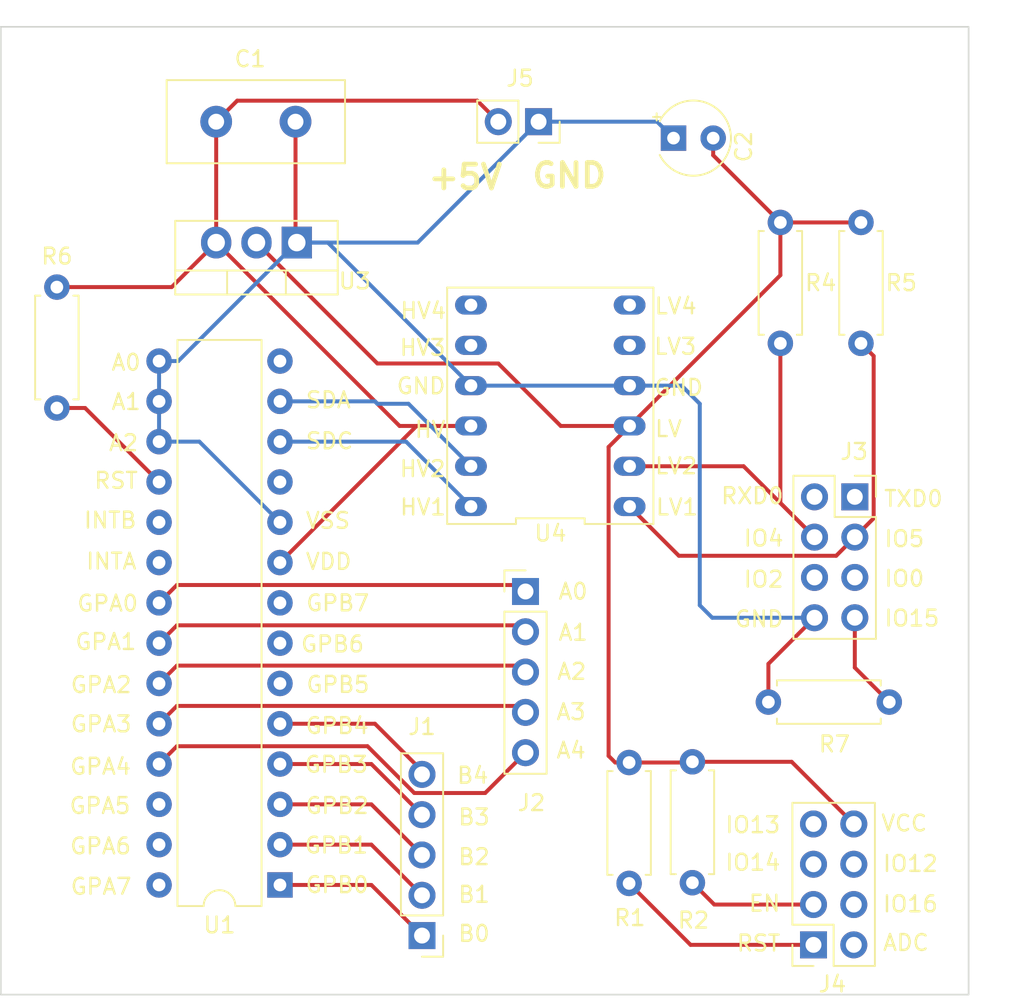
<source format=kicad_pcb>
(kicad_pcb (version 20211014) (generator pcbnew)
  (layers (0 "F.Cu" signal) (31 "B.Cu" signal) (34 "B.Paste" user) (35 "F.Paste" user) (36 "B.SilkS" user "B.Silkscreen") (37 "F.SilkS" user "F.Silkscreen") (38 "B.Mask" user) (39 "F.Mask" user) (44 "Edge.Cuts" user))
  (net 0 "")
  (net 1 "Net-(J1-Pad1)")
  (net 2 "Net-(J1-Pad2)")
  (net 3 "Net-(J1-Pad3)")
  (net 4 "Net-(J1-Pad4)")
  (net 5 "Net-(J1-Pad5)")
  (net 9 "+5V")
  (net 10 "GND")
  (net 12 "Net-(U1-Pad12)")
  (net 16 "Net-(J2-Pad1)")
  (net 17 "Net-(J2-Pad2)")
  (net 18 "Net-(J2-Pad3)")
  (net 19 "Net-(J2-Pad4)")
  (net 20 "Net-(J2-Pad5)")
  (net 24 "Net-(R5-Pad2)")
  (net 28 "Net-(R7-Pad2)")
  (net 30 "Net-(J4-Pad3)")
  (net 35 "Net-(J3-Pad4)")
  (net 36 "Net-(J4-Pad1)")
  (net 41 "Net-(R6-Pad2)")
  (net 43 "Net-(U1-Pad13)")
  (net 44 "Net-(C2-Pad2)")
  (footprint "Resistor_THT:R_Axial_DIN0207_L6.3mm_D2.5mm_P7.62mm_Horizontal" (layer "F.Cu") (at 102.226239 129.290487 -90)
    (fp_text reference "R1" (at 9.788224 -0.042449 180) (layer "F.SilkS"))
    (fp_text value "10k")
    (fp_line (start 7.08 1.37) (end 7.08 1.04) (layer "F.SilkS") (width 0.12))
    (fp_line (start 0.54 1.04) (end 0.54 1.37) (layer "F.SilkS") (width 0.12))
    (fp_line (start 0.54 -1.37) (end 7.08 -1.37) (layer "F.SilkS") (width 0.12))
    (fp_line (start 7.08 -1.37) (end 7.08 -1.04) (layer "F.SilkS") (width 0.12))
    (fp_line (start 0.54 -1.04) (end 0.54 -1.37) (layer "F.SilkS") (width 0.12))
    (fp_line (start 0.54 1.37) (end 7.08 1.37) (layer "F.SilkS") (width 0.12))
    (pad "1" thru_hole circle (at 0 0 270) (size 1.6 1.6) (drill 0.8) (layers *.Cu *.Mask) (net 44 "Net-(C2-Pad2)"))
    (pad "2" thru_hole oval (at 7.62 0 270) (size 1.6 1.6) (drill 0.8) (layers *.Cu *.Mask) (net 36 "Net-(J4-Pad1)"))
  )
  (footprint "Resistor_THT:R_Axial_DIN0207_L6.3mm_D2.5mm_P7.62mm_Horizontal" (layer "F.Cu") (at 111.76 95.25 -90)
    (fp_text reference "R4" (at 3.81 -2.54 180) (layer "F.SilkS"))
    (fp_text value "1k")
    (fp_line (start 0.54 -1.37) (end 7.08 -1.37) (layer "F.SilkS") (width 0.12))
    (fp_line (start 7.08 -1.37) (end 7.08 -1.04) (layer "F.SilkS") (width 0.12))
    (fp_line (start 0.54 1.04) (end 0.54 1.37) (layer "F.SilkS") (width 0.12))
    (fp_line (start 0.54 1.37) (end 7.08 1.37) (layer "F.SilkS") (width 0.12))
    (fp_line (start 0.54 -1.04) (end 0.54 -1.37) (layer "F.SilkS") (width 0.12))
    (fp_line (start 7.08 1.37) (end 7.08 1.04) (layer "F.SilkS") (width 0.12))
    (pad "1" thru_hole circle (at 0 0 270) (size 1.6 1.6) (drill 0.8) (layers *.Cu *.Mask) (net 44 "Net-(C2-Pad2)"))
    (pad "2" thru_hole oval (at 7.62 0 270) (size 1.6 1.6) (drill 0.8) (layers *.Cu *.Mask) (net 35 "Net-(J3-Pad4)"))
  )
  (footprint "Resistor_THT:R_Axial_DIN0207_L6.3mm_D2.5mm_P7.62mm_Horizontal" (layer "F.Cu") (at 66.158502 99.325093 -90)
    (fp_text reference "R6" (at -1.94086 -0.007038 180) (layer "F.SilkS"))
    (fp_text value "10k")
    (fp_line (start 7.08 1.37) (end 7.08 1.04) (layer "F.SilkS") (width 0.12))
    (fp_line (start 0.54 1.04) (end 0.54 1.37) (layer "F.SilkS") (width 0.12))
    (fp_line (start 0.54 1.37) (end 7.08 1.37) (layer "F.SilkS") (width 0.12))
    (fp_line (start 0.54 -1.37) (end 7.08 -1.37) (layer "F.SilkS") (width 0.12))
    (fp_line (start 0.54 -1.04) (end 0.54 -1.37) (layer "F.SilkS") (width 0.12))
    (fp_line (start 7.08 -1.37) (end 7.08 -1.04) (layer "F.SilkS") (width 0.12))
    (pad "1" thru_hole circle (at 0 0 270) (size 1.6 1.6) (drill 0.8) (layers *.Cu *.Mask) (net 9 "+5V"))
    (pad "2" thru_hole oval (at 7.62 0 270) (size 1.6 1.6) (drill 0.8) (layers *.Cu *.Mask) (net 41 "Net-(R6-Pad2)"))
  )
  (footprint "Resistor_THT:R_Axial_DIN0207_L6.3mm_D2.5mm_P7.62mm_Horizontal" (layer "F.Cu") (at 106.215911 129.245578 -90)
    (fp_text reference "R2" (at 9.989337 -0.06825 180) (layer "F.SilkS"))
    (fp_text value "10k")
    (fp_line (start 0.54 -1.04) (end 0.54 -1.37) (layer "F.SilkS") (width 0.12))
    (fp_line (start 0.54 -1.37) (end 7.08 -1.37) (layer "F.SilkS") (width 0.12))
    (fp_line (start 0.54 1.04) (end 0.54 1.37) (layer "F.SilkS") (width 0.12))
    (fp_line (start 7.08 1.37) (end 7.08 1.04) (layer "F.SilkS") (width 0.12))
    (fp_line (start 0.54 1.37) (end 7.08 1.37) (layer "F.SilkS") (width 0.12))
    (fp_line (start 7.08 -1.37) (end 7.08 -1.04) (layer "F.SilkS") (width 0.12))
    (pad "1" thru_hole circle (at 0 0 270) (size 1.6 1.6) (drill 0.8) (layers *.Cu *.Mask) (net 44 "Net-(C2-Pad2)"))
    (pad "2" thru_hole oval (at 7.62 0 270) (size 1.6 1.6) (drill 0.8) (layers *.Cu *.Mask) (net 30 "Net-(J4-Pad3)"))
  )
  (footprint "Connector_PinSocket_2.54mm:PinSocket_2x04_P2.54mm_Vertical" (layer "F.Cu") (at 116.45228 112.54586)
    (fp_text reference "J3" (at -0.041874 -2.850504) (layer "F.SilkS"))
    (fp_text value "Conn_02x04_Counter_Clockwise")
    (fp_line (start -3.87 -1.33) (end -1.27 -1.33) (layer "F.SilkS") (width 0.12))
    (fp_line (start -1.27 1.27) (end 1.33 1.27) (layer "F.SilkS") (width 0.12))
    (fp_line (start -3.87 -1.33) (end -3.87 8.95) (layer "F.SilkS") (width 0.12))
    (fp_line (start 0 -1.33) (end 1.33 -1.33) (layer "F.SilkS") (width 0.12))
    (fp_line (start -1.27 -1.33) (end -1.27 1.27) (layer "F.SilkS") (width 0.12))
    (fp_line (start 1.33 1.27) (end 1.33 8.95) (layer "F.SilkS") (width 0.12))
    (fp_line (start 1.33 -1.33) (end 1.33 0) (layer "F.SilkS") (width 0.12))
    (fp_line (start -3.87 8.95) (end 1.33 8.95) (layer "F.SilkS") (width 0.12))
    (pad "1" thru_hole rect (at 0 0) (size 1.7 1.7) (drill 1) (layers *.Cu *.Mask))
    (pad "2" thru_hole oval (at -2.54 0) (size 1.7 1.7) (drill 1) (layers *.Cu *.Mask))
    (pad "3" thru_hole oval (at 0 2.54) (size 1.7 1.7) (drill 1) (layers *.Cu *.Mask) (net 24 "Net-(R5-Pad2)"))
    (pad "4" thru_hole oval (at -2.54 2.54) (size 1.7 1.7) (drill 1) (layers *.Cu *.Mask) (net 35 "Net-(J3-Pad4)"))
    (pad "5" thru_hole oval (at 0 5.08) (size 1.7 1.7) (drill 1) (layers *.Cu *.Mask))
    (pad "6" thru_hole oval (at -2.54 5.08) (size 1.7 1.7) (drill 1) (layers *.Cu *.Mask))
    (pad "7" thru_hole oval (at 0 7.62) (size 1.7 1.7) (drill 1) (layers *.Cu *.Mask) (net 28 "Net-(R7-Pad2)"))
    (pad "8" thru_hole oval (at -2.54 7.62) (size 1.7 1.7) (drill 1) (layers *.Cu *.Mask) (net 10 "GND"))
  )
  (footprint "Library:Logic Level Converter" (layer "F.Cu") (at 97.258431 106.806588 90)
    (fp_text reference "U4" (at -8.039334 0.011357) (layer "F.SilkS"))
    (fp_text value "Logic_Level_Converter")
    (fp_line (start -7.45 6.5) (end 7.45 6.5) (layer "F.SilkS") (width 0.12))
    (fp_line (start -7.09 -2.166666) (end -7.09 2.166666) (layer "F.SilkS") (width 0.12))
    (fp_line (start -7.09 2.166666) (end -7.45 2.166666) (layer "F.SilkS") (width 0.12))
    (fp_line (start -7.45 -6.5) (end -7.45 -2.166666) (layer "F.SilkS") (width 0.12))
    (fp_line (start -7.45 -2.166666) (end -7.09 -2.166666) (layer "F.SilkS") (width 0.12))
    (fp_line (start 7.45 -6.5) (end -7.45 -6.5) (layer "F.SilkS") (width 0.12))
    (fp_line (start -7.45 2.166666) (end -7.45 6.5) (layer "F.SilkS") (width 0.12))
    (fp_line (start 7.45 6.5) (end 7.45 -6.5) (layer "F.SilkS") (width 0.12))
    (pad "1" thru_hole oval (at -6.35 -5 90) (size 1.2 2) (drill 0.8) (layers *.Cu *.Mask) (net 12 "Net-(U1-Pad12)"))
    (pad "2" thru_hole oval (at -3.81 -5 90) (size 1.2 2) (drill 0.8) (layers *.Cu *.Mask) (net 43 "Net-(U1-Pad13)"))
    (pad "3" thru_hole oval (at -1.27 -5 90) (size 1.2 2) (drill 0.8) (layers *.Cu *.Mask) (net 9 "+5V"))
    (pad "4" thru_hole oval (at 1.27 -5 90) (size 1.2 2) (drill 0.8) (layers *.Cu *.Mask) (net 10 "GND"))
    (pad "5" thru_hole oval (at 3.81 -5 90) (size 1.2 2) (drill 0.8) (layers *.Cu *.Mask))
    (pad "6" thru_hole oval (at 6.35 -5 90) (size 1.2 2) (drill 0.8) (layers *.Cu *.Mask))
    (pad "7" thru_hole oval (at -6.35 5 90) (size 1.2 2) (drill 0.8) (layers *.Cu *.Mask) (net 24 "Net-(R5-Pad2)"))
    (pad "8" thru_hole oval (at -3.81 5 90) (size 1.2 2) (drill 0.8) (layers *.Cu *.Mask) (net 35 "Net-(J3-Pad4)"))
    (pad "9" thru_hole oval (at -1.27 5 90) (size 1.2 2) (drill 0.8) (layers *.Cu *.Mask) (net 44 "Net-(C2-Pad2)"))
    (pad "10" thru_hole oval (at 1.27 5 90) (size 1.2 2) (drill 0.8) (layers *.Cu *.Mask) (net 10 "GND"))
    (pad "11" thru_hole oval (at 3.81 5 90) (size 1.2 2) (drill 0.8) (layers *.Cu *.Mask))
    (pad "12" thru_hole oval (at 6.35 5 90) (size 1.2 2) (drill 0.8) (layers *.Cu *.Mask))
  )
  (footprint "Capacitor_THT:C_Disc_D11.0mm_W5.0mm_P5.00mm" (layer "F.Cu") (at 76.2 88.9)
    (fp_text reference "C1" (at 2.136937 -3.954594) (layer "F.SilkS"))
    (fp_text value "0.1")
    (fp_line (start 8.12 -2.62) (end 8.12 2.62) (layer "F.SilkS") (width 0.12))
    (fp_line (start -3.12 -2.62) (end -3.12 2.62) (layer "F.SilkS") (width 0.12))
    (fp_line (start -3.12 -2.62) (end 8.12 -2.62) (layer "F.SilkS") (width 0.12))
    (fp_line (start -3.12 2.62) (end 8.12 2.62) (layer "F.SilkS") (width 0.12))
    (pad "1" thru_hole circle (at 0 0) (size 2 2) (drill 1) (layers *.Cu *.Mask) (net 9 "+5V"))
    (pad "2" thru_hole circle (at 5 0) (size 2 2) (drill 1) (layers *.Cu *.Mask) (net 10 "GND"))
  )
  (footprint "Connector_PinHeader_2.54mm:PinHeader_1x05_P2.54mm_Vertical" (layer "F.Cu") (at 95.69663 118.510938)
    (fp_text reference "J2" (at 0.376734 13.319549 180) (layer "F.SilkS"))
    (fp_text value "Conn_01x05")
    (fp_line (start -1.33 0) (end -1.33 -1.33) (layer "F.SilkS") (width 0.12))
    (fp_line (start -1.33 11.49) (end 1.33 11.49) (layer "F.SilkS") (width 0.12))
    (fp_line (start -1.33 -1.33) (end 0 -1.33) (layer "F.SilkS") (width 0.12))
    (fp_line (start 1.33 1.27) (end 1.33 11.49) (layer "F.SilkS") (width 0.12))
    (fp_line (start -1.33 1.27) (end 1.33 1.27) (layer "F.SilkS") (width 0.12))
    (fp_line (start -1.33 1.27) (end -1.33 11.49) (layer "F.SilkS") (width 0.12))
    (pad "1" thru_hole rect (at 0 0) (size 1.7 1.7) (drill 1) (layers *.Cu *.Mask) (net 16 "Net-(J2-Pad1)"))
    (pad "2" thru_hole oval (at 0 2.54) (size 1.7 1.7) (drill 1) (layers *.Cu *.Mask) (net 17 "Net-(J2-Pad2)"))
    (pad "3" thru_hole oval (at 0 5.08) (size 1.7 1.7) (drill 1) (layers *.Cu *.Mask) (net 18 "Net-(J2-Pad3)"))
    (pad "4" thru_hole oval (at 0 7.62) (size 1.7 1.7) (drill 1) (layers *.Cu *.Mask) (net 19 "Net-(J2-Pad4)"))
    (pad "5" thru_hole oval (at 0 10.16) (size 1.7 1.7) (drill 1) (layers *.Cu *.Mask) (net 20 "Net-(J2-Pad5)"))
  )
  (footprint "Connector_PinHeader_2.54mm:PinHeader_1x05_P2.54mm_Vertical" (layer "F.Cu") (at 89.173321 140.198694 180)
    (fp_text reference "J1" (at 0 13.161264) (layer "F.SilkS"))
    (fp_text value "Conn_01x05")
    (fp_line (start 1.33 1.27) (end 1.33 11.49) (layer "F.SilkS") (width 0.12))
    (fp_line (start -1.33 11.49) (end 1.33 11.49) (layer "F.SilkS") (width 0.12))
    (fp_line (start -1.33 -1.33) (end 0 -1.33) (layer "F.SilkS") (width 0.12))
    (fp_line (start -1.33 1.27) (end 1.33 1.27) (layer "F.SilkS") (width 0.12))
    (fp_line (start -1.33 1.27) (end -1.33 11.49) (layer "F.SilkS") (width 0.12))
    (fp_line (start -1.33 0) (end -1.33 -1.33) (layer "F.SilkS") (width 0.12))
    (pad "1" thru_hole rect (at 0 0 180) (size 1.7 1.7) (drill 1) (layers *.Cu *.Mask) (net 1 "Net-(J1-Pad1)"))
    (pad "2" thru_hole oval (at 0 2.54 180) (size 1.7 1.7) (drill 1) (layers *.Cu *.Mask) (net 2 "Net-(J1-Pad2)"))
    (pad "3" thru_hole oval (at 0 5.08 180) (size 1.7 1.7) (drill 1) (layers *.Cu *.Mask) (net 3 "Net-(J1-Pad3)"))
    (pad "4" thru_hole oval (at 0 7.62 180) (size 1.7 1.7) (drill 1) (layers *.Cu *.Mask) (net 4 "Net-(J1-Pad4)"))
    (pad "5" thru_hole oval (at 0 10.16 180) (size 1.7 1.7) (drill 1) (layers *.Cu *.Mask) (net 5 "Net-(J1-Pad5)"))
  )
  (footprint "Connector_PinSocket_2.54mm:PinSocket_1x02_P2.54mm_Vertical" (layer "F.Cu") (at 96.52 88.9 -90)
    (fp_text reference "J5" (at -2.731552 1.165708 180) (layer "F.SilkS"))
    (fp_text value "Conn_01x02")
    (fp_line (start -1.33 1.27) (end 1.33 1.27) (layer "F.SilkS") (width 0.12))
    (fp_line (start -1.33 1.27) (end -1.33 3.87) (layer "F.SilkS") (width 0.12))
    (fp_line (start -1.33 3.87) (end 1.33 3.87) (layer "F.SilkS") (width 0.12))
    (fp_line (start 1.33 -1.33) (end 1.33 0) (layer "F.SilkS") (width 0.12))
    (fp_line (start 1.33 1.27) (end 1.33 3.87) (layer "F.SilkS") (width 0.12))
    (fp_line (start 0 -1.33) (end 1.33 -1.33) (layer "F.SilkS") (width 0.12))
    (pad "1" thru_hole rect (at 0 0 270) (size 1.7 1.7) (drill 1) (layers *.Cu *.Mask) (net 10 "GND"))
    (pad "2" thru_hole oval (at 0 2.54 270) (size 1.7 1.7) (drill 1) (layers *.Cu *.Mask) (net 9 "+5V"))
  )
  (footprint "Capacitor_THT:CP_Radial_Tantal_D4.5mm_P2.50mm" (layer "F.Cu") (at 105.02524 89.935027)
    (fp_text reference "C2" (at 4.426684 0.539614 90) (layer "F.SilkS"))
    (fp_text value "10")
    (fp_line (start -1.287288 -1.335) (end -0.837288 -1.335) (layer "F.SilkS") (width 0.12))
    (fp_line (start -1.062288 -1.56) (end -1.062288 -1.11) (layer "F.SilkS") (width 0.12))
    (fp_arc (start -0.869741 -1.06) (mid 3.62 0) (end -0.869741 1.06) (layer "F.SilkS") (width 0.12))
    (pad "1" thru_hole rect (at 0 0) (size 1.6 1.6) (drill 0.8) (layers *.Cu *.Mask) (net 10 "GND"))
    (pad "2" thru_hole circle (at 2.5 0) (size 1.6 1.6) (drill 0.8) (layers *.Cu *.Mask) (net 44 "Net-(C2-Pad2)"))
  )
  (footprint "Resistor_THT:R_Axial_DIN0207_L6.3mm_D2.5mm_P7.62mm_Horizontal" (layer "F.Cu") (at 111.005212 125.48134)
    (fp_text reference "R7" (at 4.16347 2.651028 180) (layer "F.SilkS"))
    (fp_text value "10k")
    (fp_line (start 0.54 1.37) (end 7.08 1.37) (layer "F.SilkS") (width 0.12))
    (fp_line (start 7.08 1.37) (end 7.08 1.04) (layer "F.SilkS") (width 0.12))
    (fp_line (start 0.54 1.04) (end 0.54 1.37) (layer "F.SilkS") (width 0.12))
    (fp_line (start 7.08 -1.37) (end 7.08 -1.04) (layer "F.SilkS") (width 0.12))
    (fp_line (start 0.54 -1.37) (end 7.08 -1.37) (layer "F.SilkS") (width 0.12))
    (fp_line (start 0.54 -1.04) (end 0.54 -1.37) (layer "F.SilkS") (width 0.12))
    (pad "1" thru_hole circle (at 0 0) (size 1.6 1.6) (drill 0.8) (layers *.Cu *.Mask) (net 10 "GND"))
    (pad "2" thru_hole oval (at 7.62 0) (size 1.6 1.6) (drill 0.8) (layers *.Cu *.Mask) (net 28 "Net-(R7-Pad2)"))
  )
  (footprint "Resistor_THT:R_Axial_DIN0207_L6.3mm_D2.5mm_P7.62mm_Horizontal" (layer "F.Cu") (at 116.84 95.25 -90)
    (fp_text reference "R5" (at 3.81 -2.54) (layer "F.SilkS"))
    (fp_text value "1k")
    (fp_line (start 0.54 -1.04) (end 0.54 -1.37) (layer "F.SilkS") (width 0.12))
    (fp_line (start 0.54 1.04) (end 0.54 1.37) (layer "F.SilkS") (width 0.12))
    (fp_line (start 7.08 1.37) (end 7.08 1.04) (layer "F.SilkS") (width 0.12))
    (fp_line (start 0.54 -1.37) (end 7.08 -1.37) (layer "F.SilkS") (width 0.12))
    (fp_line (start 7.08 -1.37) (end 7.08 -1.04) (layer "F.SilkS") (width 0.12))
    (fp_line (start 0.54 1.37) (end 7.08 1.37) (layer "F.SilkS") (width 0.12))
    (pad "1" thru_hole circle (at 0 0 270) (size 1.6 1.6) (drill 0.8) (layers *.Cu *.Mask) (net 44 "Net-(C2-Pad2)"))
    (pad "2" thru_hole oval (at 7.62 0 270) (size 1.6 1.6) (drill 0.8) (layers *.Cu *.Mask) (net 24 "Net-(R5-Pad2)"))
  )
  (footprint "Package_TO_SOT_THT:TO-220-3_Vertical" (layer "F.Cu") (at 81.28 96.52 180)
    (fp_text reference "U3" (at -3.657435 -2.430108) (layer "F.SilkS"))
    (fp_text value "LD1086V33-DG")
    (fp_line (start 7.66 -3.27) (end 7.66 1.371) (layer "F.SilkS") (width 0.12))
    (fp_line (start -2.58 -3.27) (end -2.58 1.371) (layer "F.SilkS") (width 0.12))
    (fp_line (start 0.69 -3.27) (end 0.69 -1.76) (layer "F.SilkS") (width 0.12))
    (fp_line (start -2.58 1.371) (end 7.66 1.371) (layer "F.SilkS") (width 0.12))
    (fp_line (start -2.58 -3.27) (end 7.66 -3.27) (layer "F.SilkS") (width 0.12))
    (fp_line (start -2.58 -1.76) (end 7.66 -1.76) (layer "F.SilkS") (width 0.12))
    (fp_line (start 4.391 -3.27) (end 4.391 -1.76) (layer "F.SilkS") (width 0.12))
    (pad "1" thru_hole rect (at 0 0 180) (size 1.905 2) (drill 1.1) (layers *.Cu *.Mask) (net 10 "GND"))
    (pad "2" thru_hole oval (at 2.54 0 180) (size 1.905 2) (drill 1.1) (layers *.Cu *.Mask) (net 44 "Net-(C2-Pad2)"))
    (pad "3" thru_hole oval (at 5.08 0 180) (size 1.905 2) (drill 1.1) (layers *.Cu *.Mask) (net 9 "+5V"))
  )
  (footprint "Package_DIP:DIP-28_W7.62mm" (layer "F.Cu") (at 80.219886 137.007523 180)
    (fp_text reference "U1" (at 3.80953 -2.531661) (layer "F.SilkS"))
    (fp_text value "MCP23017_SP")
    (fp_line (start 6.46 -1.33) (end 4.81 -1.33) (layer "F.SilkS") (width 0.12))
    (fp_line (start 2.81 -1.33) (end 1.16 -1.33) (layer "F.SilkS") (width 0.12))
    (fp_line (start 1.16 34.35) (end 6.46 34.35) (layer "F.SilkS") (width 0.12))
    (fp_line (start 6.46 34.35) (end 6.46 -1.33) (layer "F.SilkS") (width 0.12))
    (fp_line (start 1.16 -1.33) (end 1.16 34.35) (layer "F.SilkS") (width 0.12))
    (fp_arc (start 4.81 -1.33) (mid 3.81 -0.33) (end 2.81 -1.33) (layer "F.SilkS") (width 0.12))
    (pad "1" thru_hole rect (at 0 0 180) (size 1.6 1.6) (drill 0.8) (layers *.Cu *.Mask) (net 1 "Net-(J1-Pad1)"))
    (pad "2" thru_hole oval (at 0 2.54 180) (size 1.6 1.6) (drill 0.8) (layers *.Cu *.Mask) (net 2 "Net-(J1-Pad2)"))
    (pad "3" thru_hole oval (at 0 5.08 180) (size 1.6 1.6) (drill 0.8) (layers *.Cu *.Mask) (net 3 "Net-(J1-Pad3)"))
    (pad "4" thru_hole oval (at 0 7.62 180) (size 1.6 1.6) (drill 0.8) (layers *.Cu *.Mask) (net 4 "Net-(J1-Pad4)"))
    (pad "5" thru_hole oval (at 0 10.16 180) (size 1.6 1.6) (drill 0.8) (layers *.Cu *.Mask) (net 5 "Net-(J1-Pad5)"))
    (pad "6" thru_hole oval (at 0 12.7 180) (size 1.6 1.6) (drill 0.8) (layers *.Cu *.Mask))
    (pad "7" thru_hole oval (at 0 15.24 180) (size 1.6 1.6) (drill 0.8) (layers *.Cu *.Mask))
    (pad "8" thru_hole oval (at 0 17.78 180) (size 1.6 1.6) (drill 0.8) (layers *.Cu *.Mask))
    (pad "9" thru_hole oval (at 0 20.32 180) (size 1.6 1.6) (drill 0.8) (layers *.Cu *.Mask) (net 9 "+5V"))
    (pad "10" thru_hole oval (at 0 22.86 180) (size 1.6 1.6) (drill 0.8) (layers *.Cu *.Mask) (net 10 "GND"))
    (pad "11" thru_hole oval (at 0 25.4 180) (size 1.6 1.6) (drill 0.8) (layers *.Cu *.Mask))
    (pad "12" thru_hole oval (at 0 27.94 180) (size 1.6 1.6) (drill 0.8) (layers *.Cu *.Mask) (net 12 "Net-(U1-Pad12)"))
    (pad "13" thru_hole oval (at 0 30.48 180) (size 1.6 1.6) (drill 0.8) (layers *.Cu *.Mask) (net 43 "Net-(U1-Pad13)"))
    (pad "14" thru_hole oval (at 0 33.02 180) (size 1.6 1.6) (drill 0.8) (layers *.Cu *.Mask))
    (pad "15" thru_hole oval (at 7.62 33.02 180) (size 1.6 1.6) (drill 0.8) (layers *.Cu *.Mask) (net 10 "GND"))
    (pad "16" thru_hole oval (at 7.62 30.48 180) (size 1.6 1.6) (drill 0.8) (layers *.Cu *.Mask) (net 10 "GND"))
    (pad "17" thru_hole oval (at 7.62 27.94 180) (size 1.6 1.6) (drill 0.8) (layers *.Cu *.Mask) (net 10 "GND"))
    (pad "18" thru_hole oval (at 7.62 25.4 180) (size 1.6 1.6) (drill 0.8) (layers *.Cu *.Mask) (net 41 "Net-(R6-Pad2)"))
    (pad "19" thru_hole oval (at 7.62 22.86 180) (size 1.6 1.6) (drill 0.8) (layers *.Cu *.Mask))
    (pad "20" thru_hole oval (at 7.62 20.32 180) (size 1.6 1.6) (drill 0.8) (layers *.Cu *.Mask))
    (pad "21" thru_hole oval (at 7.62 17.78 180) (size 1.6 1.6) (drill 0.8) (layers *.Cu *.Mask) (net 16 "Net-(J2-Pad1)"))
    (pad "22" thru_hole oval (at 7.62 15.24 180) (size 1.6 1.6) (drill 0.8) (layers *.Cu *.Mask) (net 17 "Net-(J2-Pad2)"))
    (pad "23" thru_hole oval (at 7.62 12.7 180) (size 1.6 1.6) (drill 0.8) (layers *.Cu *.Mask) (net 18 "Net-(J2-Pad3)"))
    (pad "24" thru_hole oval (at 7.62 10.16 180) (size 1.6 1.6) (drill 0.8) (layers *.Cu *.Mask) (net 19 "Net-(J2-Pad4)"))
    (pad "25" thru_hole oval (at 7.62 7.62 180) (size 1.6 1.6) (drill 0.8) (layers *.Cu *.Mask) (net 20 "Net-(J2-Pad5)"))
    (pad "26" thru_hole oval (at 7.62 5.08 180) (size 1.6 1.6) (drill 0.8) (layers *.Cu *.Mask))
    (pad "27" thru_hole oval (at 7.62 2.54 180) (size 1.6 1.6) (drill 0.8) (layers *.Cu *.Mask))
    (pad "28" thru_hole oval (at 7.62 0 180) (size 1.6 1.6) (drill 0.8) (layers *.Cu *.Mask))
  )
  (footprint "Connector_PinSocket_2.54mm:PinSocket_2x04_P2.54mm_Vertical" (layer "F.Cu") (at 113.848114 140.783181 180)
    (fp_text reference "J4" (at -1.192225 -2.476523) (layer "F.SilkS"))
    (fp_text value "Conn_02x04_Counter_Clockwise")
    (fp_line (start -1.27 -1.33) (end -1.27 1.27) (layer "F.SilkS") (width 0.12))
    (fp_line (start -1.27 1.27) (end 1.33 1.27) (layer "F.SilkS") (width 0.12))
    (fp_line (start -3.87 -1.33) (end -3.87 8.95) (layer "F.SilkS") (width 0.12))
    (fp_line (start 1.33 1.27) (end 1.33 8.95) (layer "F.SilkS") (width 0.12))
    (fp_line (start -3.87 -1.33) (end -1.27 -1.33) (layer "F.SilkS") (width 0.12))
    (fp_line (start 0 -1.33) (end 1.33 -1.33) (layer "F.SilkS") (width 0.12))
    (fp_line (start 1.33 -1.33) (end 1.33 0) (layer "F.SilkS") (width 0.12))
    (fp_line (start -3.87 8.95) (end 1.33 8.95) (layer "F.SilkS") (width 0.12))
    (pad "1" thru_hole rect (at 0 0 180) (size 1.7 1.7) (drill 1) (layers *.Cu *.Mask) (net 36 "Net-(J4-Pad1)"))
    (pad "2" thru_hole oval (at -2.54 0 180) (size 1.7 1.7) (drill 1) (layers *.Cu *.Mask))
    (pad "3" thru_hole oval (at 0 2.54 180) (size 1.7 1.7) (drill 1) (layers *.Cu *.Mask) (net 30 "Net-(J4-Pad3)"))
    (pad "4" thru_hole oval (at -2.54 2.54 180) (size 1.7 1.7) (drill 1) (layers *.Cu *.Mask))
    (pad "5" thru_hole oval (at 0 5.08 180) (size 1.7 1.7) (drill 1) (layers *.Cu *.Mask))
    (pad "6" thru_hole oval (at -2.54 5.08 180) (size 1.7 1.7) (drill 1) (layers *.Cu *.Mask))
    (pad "7" thru_hole oval (at 0 7.62 180) (size 1.7 1.7) (drill 1) (layers *.Cu *.Mask))
    (pad "8" thru_hole oval (at -2.54 7.62 180) (size 1.7 1.7) (drill 1) (layers *.Cu *.Mask) (net 44 "Net-(C2-Pad2)"))
  )
  (gr_rect (start 96.52 81.28) (end 96.52 81.28) (layer "Edge.Cuts") (width 0.1) (fill none))
  (gr_rect (start 62.624128 82.918932) (end 123.624128 143.918932) (layer "Edge.Cuts") (width 0.1) (fill none))
  (gr_text "HV1" (at 90.758431 113.196393) (layer "F.SilkS") (effects (font (size 1 1)) (justify right)))
  (gr_text "GPA0" (at 71.36249 119.261497) (layer "F.SilkS") (effects (font (size 1 1)) (justify right)))
  (gr_text "IO0" (at 118.240844 117.6954) (layer "F.SilkS") (effects (font (size 1 1)) (justify left)))
  (gr_text "HV3" (at 90.736709 103.142042) (layer "F.SilkS") (effects (font (size 1 1)) (justify right)))
  (gr_text "SDC" (at 81.766215 109.024916) (layer "F.SilkS") (effects (font (size 1 1)) (justify left)))
  (gr_text "ADC\n" (at 118.143233 140.647793) (layer "F.SilkS") (effects (font (size 1 1)) (justify left)))
  (gr_text "HV4" (at 90.778113 100.811962) (layer "F.SilkS") (effects (font (size 1 1)) (justify right)))
  (gr_text "LV1" (at 103.831018 113.193984) (layer "F.SilkS") (effects (font (size 1 1)) (justify left)))
  (gr_text "A0" (at 71.525633 104.075865) (layer "F.SilkS") (effects (font (size 1 1)) (justify right)))
  (gr_text "GPB4" (at 81.74807 126.973824) (layer "F.SilkS") (effects (font (size 1 1)) (justify left)))
  (gr_text "EN" (at 111.839811 138.170898) (layer "F.SilkS") (effects (font (size 1 1)) (justify right)))
  (gr_text "B0" (at 91.378976 140.071445) (layer "F.SilkS") (effects (font (size 1 1)) (justify left)))
  (gr_text "IO2" (at 112.043409 117.745603) (layer "F.SilkS") (effects (font (size 1 1)) (justify right)))
  (gr_text "GND" (at 95.966625 92.295322) (layer "F.SilkS") (effects (font (size 1.5 1.5) (thickness 0.3)) (justify left)))
  (gr_text "RST" (at 71.347361 111.518857) (layer "F.SilkS") (effects (font (size 1 1)) (justify right)))
  (gr_text "GPA3" (at 70.952653 126.867717) (layer "F.SilkS") (effects (font (size 1 1)) (justify right)))
  (gr_text "A3" (at 97.565378 126.100412) (layer "F.SilkS") (effects (font (size 1 1)) (justify left)))
  (gr_text "RST" (at 111.839811 140.680538) (layer "F.SilkS") (effects (font (size 1 1)) (justify right)))
  (gr_text "GPB0" (at 81.74807 137.001069) (layer "F.SilkS") (effects (font (size 1 1)) (justify left)))
  (gr_text "A1" (at 71.525633 106.550158) (layer "F.SilkS") (effects (font (size 1 1)) (justify right)))
  (gr_text "SDA" (at 81.766215 106.444583) (layer "F.SilkS") (effects (font (size 1 1)) (justify left)))
  (gr_text "IO5" (at 118.240844 115.191652) (layer "F.SilkS") (effects (font (size 1 1)) (justify left)))
  (gr_text "INTA" (at 71.262529 116.608829) (layer "F.SilkS") (effects (font (size 1 1)) (justify right)))
  (gr_text "GPB3" (at 81.69717 129.41701) (layer "F.SilkS") (effects (font (size 1 1)) (justify left)))
  (gr_text "IO12" (at 118.143233 135.663861) (layer "F.SilkS") (effects (font (size 1 1)) (justify left)))
  (gr_text "LV3" (at 103.729218 103.064939) (layer "F.SilkS") (effects (font (size 1 1)) (justify left)))
  (gr_text "LV2" (at 103.780118 110.598098) (layer "F.SilkS") (effects (font (size 1 1)) (justify left)))
  (gr_text "GPA1" (at 71.244667 121.676877) (layer "F.SilkS") (effects (font (size 1 1)) (justify right)))
  (gr_text "GPB2" (at 81.74807 132.012896) (layer "F.SilkS") (effects (font (size 1 1)) (justify left)))
  (gr_text "GND" (at 90.736709 105.559779) (layer "F.SilkS") (effects (font (size 1 1)) (justify right)))
  (gr_text "GPB6" (at 81.457631 121.829694) (layer "F.SilkS") (effects (font (size 1 1)) (justify left)))
  (gr_text "+5V" (at 94.388734 92.397122) (layer "F.SilkS") (effects (font (size 1.5 1.5) (thickness 0.3)) (justify right)))
  (gr_text "GND" (at 112.043409 120.248173) (layer "F.SilkS") (effects (font (size 1 1)) (justify right)))
  (gr_text "VSS" (at 81.766215 114.044195) (layer "F.SilkS") (effects (font (size 1 1)) (justify left)))
  (gr_text "GPB1" (at 81.69717 134.506983) (layer "F.SilkS") (effects (font (size 1 1)) (justify left)))
  (gr_text "INTB" (at 71.262529 114.021427) (layer "F.SilkS") (effects (font (size 1 1)) (justify right)))
  (gr_text "A1" (at 97.692627 121.095273) (layer "F.SilkS") (effects (font (size 1 1)) (justify left)))
  (gr_text "B2" (at 91.378976 135.235971) (layer "F.SilkS") (effects (font (size 1 1)) (justify left)))
  (gr_text "A2" (at 71.36249 109.146704) (layer "F.SilkS") (effects (font (size 1 1)) (justify right)))
  (gr_text "IO4" (at 112.043409 115.1582) (layer "F.SilkS") (effects (font (size 1 1)) (justify right)))
  (gr_text "LV" (at 103.780118 108.256711) (layer "F.SilkS") (effects (font (size 1 1)) (justify left)))
  (gr_text "B1" (at 91.378976 137.611291) (layer "F.SilkS") (effects (font (size 1 1)) (justify left)))
  (gr_text "GPA2" (at 70.952653 124.393425) (layer "F.SilkS") (effects (font (size 1 1)) (justify right)))
  (gr_text "HV" (at 90.737845 108.306721) (layer "F.SilkS") (effects (font (size 1 1)) (justify right)))
  (gr_text "VCC" (at 118.037192 133.118875) (layer "F.SilkS") (effects (font (size 1 1)) (justify left)))
  (gr_text "RXD0" (at 112.043409 112.485964) (layer "F.SilkS") (effects (font (size 1 1)) (justify right)))
  (gr_text "A2" (at 97.607794 123.555426) (layer "F.SilkS") (effects (font (size 1 1)) (justify left)))
  (gr_text "B3" (at 91.378976 132.733401) (layer "F.SilkS") (effects (font (size 1 1)) (justify left)))
  (gr_text "GPB7" (at 81.787663 119.241913) (layer "F.SilkS") (effects (font (size 1 1)) (justify left)))
  (gr_text "IO15" (at 118.240844 120.199148) (layer "F.SilkS") (effects (font (size 1 1)) (justify left)))
  (gr_text "A4" (at 97.565378 128.518149) (layer "F.SilkS") (effects (font (size 1 1)) (justify left)))
  (gr_text "GPA4" (at 70.914148 129.541404) (layer "F.SilkS") (effects (font (size 1 1)) (justify right)))
  (gr_text "GPB5" (at 81.79897 124.377938) (layer "F.SilkS") (effects (font (size 1 1)) (justify left)))
  (gr_text "LV4" (at 103.75365 100.519953) (layer "F.SilkS") (effects (font (size 1 1)) (justify left)))
  (gr_text "TXD0" (at 118.216298 112.663358) (layer "F.SilkS") (effects (font (size 1 1)) (justify left)))
  (gr_text "B4" (at 91.294143 130.103582) (layer "F.SilkS") (effects (font (size 1 1)) (justify left)))
  (gr_text "IO14" (at 111.839811 135.590565) (layer "F.SilkS") (effects (font (size 1 1)) (justify right)))
  (gr_text "IO13" (at 111.839811 133.222314) (layer "F.SilkS") (effects (font (size 1 1)) (justify right)))
  (gr_text "GPA7" (at 70.949495 137.105669) (layer "F.SilkS") (effects (font (size 1 1)) (justify right)))
  (gr_text "IO16" (at 118.143233 138.208847) (layer "F.SilkS") (effects (font (size 1 1)) (justify left)))
  (gr_text "GND" (at 103.729218 105.660825) (layer "F.SilkS") (effects (font (size 1 1)) (justify left)))
  (gr_text "A0" (at 97.692627 118.50787) (layer "F.SilkS") (effects (font (size 1 1)) (justify left)))
  (gr_text "VDD" (at 81.766215 116.624528) (layer "F.SilkS") (effects (font (size 1 1)) (justify left)))
  (gr_text "GPA5" (at 70.878801 132.015696) (layer "F.SilkS") (effects (font (size 1 1)) (justify right)))
  (gr_text "GPA6" (at 70.914148 134.560682) (layer "F.SilkS") (effects (font (size 1 1)) (justify right)))
  (gr_text "HV2" (at 90.737845 110.781013) (layer "F.SilkS") (effects (font (size 1 1)) (justify right)))
  (segment (start 80.219886 137.007523) (end 85.98215 137.007523) (width 0.25) (layer "F.Cu") (net 1))
  (segment (start 85.98215 137.007523) (end 89.173321 140.198694) (width 0.25) (layer "F.Cu") (net 1))
  (segment (start 85.98215 134.467523) (end 89.173321 137.658694) (width 0.25) (layer "F.Cu") (net 2))
  (segment (start 80.219886 134.467523) (end 85.98215 134.467523) (width 0.25) (layer "F.Cu") (net 2))
  (segment (start 85.98215 131.927523) (end 80.219886 131.927523) (width 0.25) (layer "F.Cu") (net 3))
  (segment (start 89.17332 135.118694) (end 85.98215 131.927523) (width 0.25) (layer "F.Cu") (net 3))
  (segment (start 89.17332 132.578694) (end 85.98215 129.387523) (width 0.25) (layer "F.Cu") (net 4))
  (segment (start 85.98215 129.387523) (end 80.219886 129.387523) (width 0.25) (layer "F.Cu") (net 4))
  (segment (start 86.207523 126.847523) (end 88.9 129.54) (width 0.25) (layer "F.Cu") (net 5))
  (segment (start 80.219886 126.847523) (end 86.207523 126.847523) (width 0.25) (layer "F.Cu") (net 5))
  (segment (start 73.394907 99.325093) (end 76.2 96.52) (width 0.25) (layer "F.Cu") (net 9))
  (segment (start 76.2 96.52) (end 76.2 88.9) (width 0.25) (layer "F.Cu") (net 9))
  (segment (start 92.258431 108.076588) (end 88.830821 108.076588) (width 0.25) (layer "F.Cu") (net 9))
  (segment (start 77.524511 87.575489) (end 76.2 88.9) (width 0.25) (layer "F.Cu") (net 9))
  (segment (start 93.98 88.9) (end 92.655489 87.575489) (width 0.25) (layer "F.Cu") (net 9))
  (segment (start 66.158502 99.325093) (end 73.394907 99.325093) (width 0.25) (layer "F.Cu") (net 9))
  (segment (start 88.830821 108.076588) (end 80.219886 116.687523) (width 0.25) (layer "F.Cu") (net 9))
  (segment (start 87.756588 108.076588) (end 76.2 96.52) (width 0.25) (layer "F.Cu") (net 9))
  (segment (start 92.655489 87.575489) (end 77.524511 87.575489) (width 0.25) (layer "F.Cu") (net 9))
  (segment (start 92.258431 108.076588) (end 87.756588 108.076588) (width 0.25) (layer "F.Cu") (net 9))
  (segment (start 111.005212 125.48134) (end 111.005212 123.072928) (width 0.25) (layer "F.Cu") (net 10))
  (segment (start 81.2 96.44) (end 81.28 96.52) (width 0.25) (layer "F.Cu") (net 10))
  (segment (start 111.005212 123.072928) (end 113.91228 120.16586) (width 0.25) (layer "F.Cu") (net 10))
  (segment (start 81.2 88.9) (end 81.2 96.44) (width 0.25) (layer "F.Cu") (net 10))
  (segment (start 102.258431 105.536588) (end 105.536588 105.536588) (width 0.25) (layer "B.Cu") (net 10))
  (segment (start 88.9 96.52) (end 81.28 96.52) (width 0.25) (layer "B.Cu") (net 10))
  (segment (start 75.139886 109.067523) (end 80.219886 114.147523) (width 0.25) (layer "B.Cu") (net 10))
  (segment (start 73.812477 103.987523) (end 81.28 96.52) (width 0.25) (layer "B.Cu") (net 10))
  (segment (start 72.599886 103.987523) (end 72.599886 106.527523) (width 0.25) (layer "B.Cu") (net 10))
  (segment (start 107.46586 120.16586) (end 113.91228 120.16586) (width 0.25) (layer "B.Cu") (net 10))
  (segment (start 105.536588 105.536588) (end 106.68 106.68) (width 0.25) (layer "B.Cu") (net 10))
  (segment (start 72.599886 103.987523) (end 73.812477 103.987523) (width 0.25) (layer "B.Cu") (net 10))
  (segment (start 106.68 106.68) (end 106.68 119.38) (width 0.25) (layer "B.Cu") (net 10))
  (segment (start 106.68 119.38) (end 107.46586 120.16586) (width 0.25) (layer "B.Cu") (net 10))
  (segment (start 102.258431 105.536588) (end 92.258431 105.536588) (width 0.25) (layer "B.Cu") (net 10))
  (segment (start 103.990213 88.9) (end 105.02524 89.935027) (width 0.25) (layer "B.Cu") (net 10))
  (segment (start 72.599886 106.527523) (end 72.599886 109.067523) (width 0.25) (layer "B.Cu") (net 10))
  (segment (start 96.52 88.9) (end 88.9 96.52) (width 0.25) (layer "B.Cu") (net 10))
  (segment (start 81.28 96.52) (end 83.241843 96.52) (width 0.25) (layer "B.Cu") (net 10))
  (segment (start 83.241843 96.52) (end 92.258431 105.536588) (width 0.25) (layer "B.Cu") (net 10))
  (segment (start 72.599886 109.067523) (end 75.139886 109.067523) (width 0.25) (layer "B.Cu") (net 10))
  (segment (start 96.52 88.9) (end 103.990213 88.9) (width 0.25) (layer "B.Cu") (net 10))
  (segment (start 88.169366 109.067523) (end 92.258431 113.156588) (width 0.25) (layer "B.Cu") (net 12))
  (segment (start 80.219886 109.067523) (end 88.169366 109.067523) (width 0.25) (layer "B.Cu") (net 12))
  (segment (start 95.288704 118.103012) (end 95.69663 118.510938) (width 0.25) (layer "F.Cu") (net 16))
  (segment (start 72.599886 119.227523) (end 73.724397 118.103012) (width 0.25) (layer "F.Cu") (net 16))
  (segment (start 73.724397 118.103012) (end 95.288704 118.103012) (width 0.25) (layer "F.Cu") (net 16))
  (segment (start 95.288704 120.643012) (end 95.69663 121.050938) (width 0.25) (layer "F.Cu") (net 17))
  (segment (start 72.599886 121.767523) (end 73.724397 120.643012) (width 0.25) (layer "F.Cu") (net 17))
  (segment (start 73.724397 120.643012) (end 95.288704 120.643012) (width 0.25) (layer "F.Cu") (net 17))
  (segment (start 73.724397 123.183012) (end 95.288704 123.183012) (width 0.25) (layer "F.Cu") (net 18))
  (segment (start 95.288704 123.183012) (end 95.69663 123.590938) (width 0.25) (layer "F.Cu") (net 18))
  (segment (start 72.599886 124.307523) (end 73.724397 123.183012) (width 0.25) (layer "F.Cu") (net 18))
  (segment (start 73.724397 125.723012) (end 95.288704 125.723012) (width 0.25) (layer "F.Cu") (net 19))
  (segment (start 95.288704 125.723012) (end 95.69663 126.130938) (width 0.25) (layer "F.Cu") (net 19))
  (segment (start 72.599886 126.847523) (end 73.724397 125.723012) (width 0.25) (layer "F.Cu") (net 19))
  (segment (start 93.154363 131.213205) (end 95.69663 128.670938) (width 0.25) (layer "F.Cu") (net 20))
  (segment (start 73.724397 128.263012) (end 85.736629 128.263012) (width 0.25) (layer "F.Cu") (net 20))
  (segment (start 85.736629 128.263012) (end 88.686822 131.213205) (width 0.25) (layer "F.Cu") (net 20))
  (segment (start 72.599886 129.387523) (end 73.724397 128.263012) (width 0.25) (layer "F.Cu") (net 20))
  (segment (start 88.686822 131.213205) (end 93.154363 131.213205) (width 0.25) (layer "F.Cu") (net 20))
  (segment (start 105.362214 116.260371) (end 115.277769 116.260371) (width 0.25) (layer "F.Cu") (net 24))
  (segment (start 115.277769 116.260371) (end 116.45228 115.08586) (width 0.25) (layer "F.Cu") (net 24))
  (segment (start 102.258431 113.156588) (end 105.362214 116.260371) (width 0.25) (layer "F.Cu") (net 24))
  (segment (start 117.639999 113.898141) (end 116.45228 115.08586) (width 0.25) (layer "F.Cu") (net 24))
  (segment (start 117.639999 103.669999) (end 117.639999 113.898141) (width 0.25) (layer "F.Cu") (net 24))
  (segment (start 116.84 102.87) (end 117.639999 103.669999) (width 0.25) (layer "F.Cu") (net 24))
  (segment (start 116.45228 120.16586) (end 116.45228 123.308408) (width 0.25) (layer "F.Cu") (net 28))
  (segment (start 116.45228 123.308408) (end 118.625212 125.48134) (width 0.25) (layer "F.Cu") (net 28))
  (segment (start 107.593514 138.243181) (end 106.215911 136.865578) (width 0.25) (layer "F.Cu") (net 30))
  (segment (start 113.848114 138.243181) (end 107.593514 138.243181) (width 0.25) (layer "F.Cu") (net 30))
  (segment (start 111.76 112.93358) (end 111.76 102.87) (width 0.25) (layer "F.Cu") (net 35))
  (segment (start 102.258431 110.616588) (end 109.443008 110.616588) (width 0.25) (layer "F.Cu") (net 35))
  (segment (start 113.91228 115.08586) (end 111.76 112.93358) (width 0.25) (layer "F.Cu") (net 35))
  (segment (start 109.443008 110.616588) (end 113.91228 115.08586) (width 0.25) (layer "F.Cu") (net 35))
  (segment (start 106.098933 140.783181) (end 113.848114 140.783181) (width 0.25) (layer "F.Cu") (net 36))
  (segment (start 102.226239 136.910487) (end 106.098933 140.783181) (width 0.25) (layer "F.Cu") (net 36))
  (segment (start 67.937456 106.945093) (end 72.599886 111.607523) (width 0.25) (layer "F.Cu") (net 41))
  (segment (start 66.158502 106.945093) (end 67.937456 106.945093) (width 0.25) (layer "F.Cu") (net 41))
  (segment (start 80.219886 106.527523) (end 86.207523 106.527523) (width 0.25) (layer "B.Cu") (net 43))
  (segment (start 86.207523 106.527523) (end 86.36 106.68) (width 0.25) (layer "B.Cu") (net 43))
  (segment (start 86.36 106.68) (end 88.321843 106.68) (width 0.25) (layer "B.Cu") (net 43))
  (segment (start 88.321843 106.68) (end 92.258431 110.616588) (width 0.25) (layer "B.Cu") (net 43))
  (segment (start 112.470511 129.245578) (end 116.388114 133.163181) (width 0.25) (layer "F.Cu") (net 44))
  (segment (start 101.350487 129.290487) (end 102.226239 129.290487) (width 0.25) (layer "F.Cu") (net 44))
  (segment (start 106.215911 129.245578) (end 112.470511 129.245578) (width 0.25) (layer "F.Cu") (net 44))
  (segment (start 102.258431 108.076588) (end 100.933911 109.401108) (width 0.25) (layer "F.Cu") (net 44))
  (segment (start 111.76 95.25) (end 107.52524 91.01524) (width 0.25) (layer "F.Cu") (net 44))
  (segment (start 102.226239 129.290487) (end 106.171002 129.290487) (width 0.25) (layer "F.Cu") (net 44))
  (segment (start 100.933911 128.873911) (end 101.350487 129.290487) (width 0.25) (layer "F.Cu") (net 44))
  (segment (start 116.84 95.25) (end 111.76 95.25) (width 0.25) (layer "F.Cu") (net 44))
  (segment (start 97.916588 108.076588) (end 102.258431 108.076588) (width 0.25) (layer "F.Cu") (net 44))
  (segment (start 106.171002 129.290487) (end 106.215911 129.245578) (width 0.25) (layer "F.Cu") (net 44))
  (segment (start 111.76 98.575019) (end 102.258431 108.076588) (width 0.25) (layer "F.Cu") (net 44))
  (segment (start 93.98 104.14) (end 97.916588 108.076588) (width 0.25) (layer "F.Cu") (net 44))
  (segment (start 111.76 95.25) (end 111.76 98.575019) (width 0.25) (layer "F.Cu") (net 44))
  (segment (start 86.36 104.14) (end 93.98 104.14) (width 0.25) (layer "F.Cu") (net 44))
  (segment (start 78.74 96.52) (end 86.36 104.14) (width 0.25) (layer "F.Cu") (net 44))
  (segment (start 107.52524 91.01524) (end 107.52524 89.935027) (width 0.25) (layer "F.Cu") (net 44))
  (segment (start 100.933911 109.401108) (end 100.933911 128.873911) (width 0.25) (layer "F.Cu") (net 44))
)
</source>
